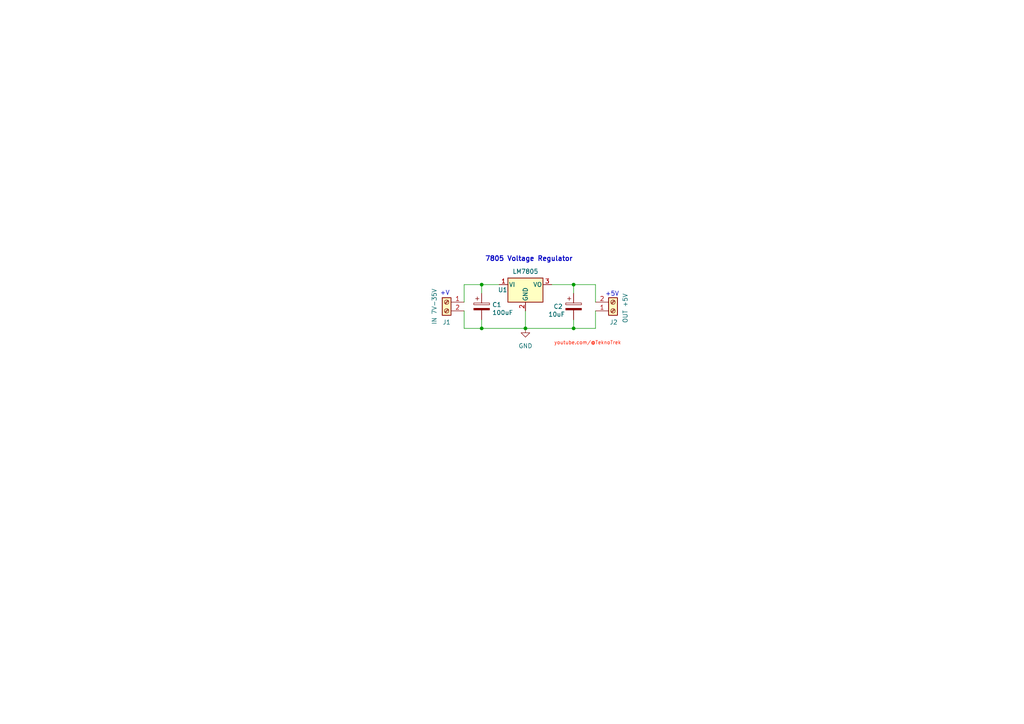
<source format=kicad_sch>
(kicad_sch (version 20231120) (generator "eeschema") (generator_version "8.0")
  (paper "A4")
  (lib_symbols
    (symbol "Connector:Screw_Terminal_01x02" (pin_names (offset 1.016) hide)
      (property "Reference" "J" (at 0 2.54 0))
      (property "Value" "Screw_Terminal_01x02" (at 0 -5.08 0))
      (symbol "Screw_Terminal_01x02_1_1"
        (rectangle (start -1.27 1.27) (end 1.27 -3.81) (stroke (width 0.254)) (fill (type background)))
        (circle (center 0 -2.54) (radius 0.635) (stroke (width 0.1524)))
        (polyline (pts (xy -0.5334 -2.2098) (xy 0.3302 -3.048)) (stroke (width 0.1524)))
        (polyline (pts (xy -0.5334 0.3302) (xy 0.3302 -0.508)) (stroke (width 0.1524)))
        (polyline (pts (xy -0.3556 -2.032) (xy 0.508 -2.8702)) (stroke (width 0.1524)))
        (polyline (pts (xy -0.3556 0.508) (xy 0.508 -0.3302)) (stroke (width 0.1524)))
        (circle (center 0 0) (radius 0.635) (stroke (width 0.1524)))
        (pin passive line (at -5.08 0 0) (length 3.81) (name "Pin_1") (number "1"))
        (pin passive line (at -5.08 -2.54 0) (length 3.81) (name "Pin_2") (number "2"))
      )
    )
    (symbol "Device:C_Polarized" (pin_numbers hide) (pin_names (offset 0.254))
      (property "Reference" "C" (at 0.635 2.54 0))
      (property "Value" "C_Polarized" (at 0.635 -2.54 0))
      (symbol "C_Polarized_0_1"
        (rectangle (start -2.286 0.508) (end 2.286 1.016))
        (polyline (pts (xy -1.778 2.286) (xy -0.762 2.286)))
        (polyline (pts (xy -1.27 2.794) (xy -1.27 1.778)))
        (rectangle (start 2.286 -0.508) (end -2.286 -1.016) (fill (type outline)))
      )
      (symbol "C_Polarized_1_1"
        (pin passive line (at 0 3.81 270) (length 2.794) (name "~") (number "1"))
        (pin passive line (at 0 -3.81 90) (length 2.794) (name "~") (number "2"))
      )
    )
    (symbol "Regulator_Linear:LM7805_TO220" (pin_names (offset 0.254))
      (property "Reference" "U" (at -3.81 3.175 0))
      (property "Value" "LM7805_TO220" (at 0 3.175 0))
      (symbol "LM7805_TO220_0_1"
        (rectangle (start -5.08 1.905) (end 5.08 -5.08) (stroke (width 0.254)) (fill (type background)))
      )
      (symbol "LM7805_TO220_1_1"
        (pin power_in line (at -7.62 0 0) (length 2.54) (name "VI") (number "1"))
        (pin power_in line (at 0 -7.62 90) (length 2.54) (name "GND") (number "2"))
        (pin power_out line (at 7.62 0 180) (length 2.54) (name "VO") (number "3"))
      )
    )
    (symbol "power:GND" (power) (pin_numbers hide) (pin_names (offset 0) hide)
      (property "Value" "GND" (at 0 -3.81 0))
      (symbol "GND_0_1"
        (polyline (pts (xy 0 0) (xy 0 -1.27) (xy 1.27 -1.27) (xy 0 -2.54) (xy -1.27 -1.27) (xy 0 -1.27)))
      )
      (symbol "GND_1_1"
        (pin power_in line (at 0 0 270) (length 0) (name "~") (number "1"))
      )
    )
  )
  (junction (at 139.7 82.55))
  (junction (at 166.37 95.25))
  (junction (at 152.4 95.25))
  (junction (at 166.37 82.55))
  (junction (at 139.7 95.25))
  (wire (pts (xy 166.37 95.25) (xy 152.4 95.25)))
  (wire (pts (xy 134.62 82.55) (xy 134.62 87.63)))
  (wire (pts (xy 166.37 95.25) (xy 172.72 95.25)))
  (wire (pts (xy 139.7 92.71) (xy 139.7 95.25)))
  (wire (pts (xy 134.62 90.17) (xy 134.62 95.25)))
  (wire (pts (xy 139.7 95.25) (xy 152.4 95.25)))
  (wire (pts (xy 134.62 95.25) (xy 139.7 95.25)))
  (wire (pts (xy 166.37 82.55) (xy 172.72 82.55)))
  (wire (pts (xy 160.02 82.55) (xy 166.37 82.55)))
  (wire (pts (xy 139.7 82.55) (xy 144.78 82.55)))
  (wire (pts (xy 172.72 87.63) (xy 172.72 82.55)))
  (wire (pts (xy 172.72 90.17) (xy 172.72 95.25)))
  (wire (pts (xy 139.7 85.09) (xy 139.7 82.55)))
  (wire (pts (xy 166.37 85.09) (xy 166.37 82.55)))
  (wire (pts (xy 134.62 82.55) (xy 139.7 82.55)))
  (wire (pts (xy 166.37 92.71) (xy 166.37 95.25)))
  (wire (pts (xy 152.4 90.17) (xy 152.4 95.25)))
  (text "+V" (at 129.032 85.09 0) (effects (font (size 1.27 1.27))))
  (text "7805 Voltage Regulator" (at 153.416 75.184 0) (effects (font (size 1.397 1.397) (thickness 0.254) (bold yes))))
  (text "+5V" (at 177.546 85.344 0) (effects (font (size 1.27 1.27))))
  (text "youtube.com/@TeknoTrek" (exclude_from_sim yes) (at 170.434 99.568 0) (effects (font (size 1.016 1.016) (thickness 0.127))))
  (symbol (lib_id "Device:C_Polarized") (at 166.37 88.9 0) (unit 1)
    (property "Reference" "C2" (at 160.528 88.9 0) (effects (justify left)))
    (property "Value" "10uF" (at 159.004 91.186 0) (effects (justify left)))
    (property "Footprint" "Capacitor_THT:CP_Radial_D5.0mm_P2.50mm" (effects (hide yes)))
    (property "Description" "Polarized capacitor" (effects (hide yes)))
  )
  (symbol (lib_id "Device:C_Polarized") (at 139.7 88.9 0) (unit 1)
    (property "Reference" "C1" (at 142.748 88.392 0) (effects (justify left)))
    (property "Value" "100uF" (at 142.748 90.678 0) (effects (justify left)))
    (property "Footprint" "Capacitor_THT:CP_Radial_D5.0mm_P2.50mm" (effects (hide yes)))
    (property "Description" "Polarized capacitor" (effects (hide yes)))
  )
  (symbol (lib_id "Connector:Screw_Terminal_01x02") (at 129.54 87.63 0) (mirror y) (unit 1)
    (property "Reference" "J1" (at 129.54 93.472 0))
    (property "Value" "IN 7V-35V" (at 125.984 88.9 90))
    (property "Footprint" "TerminalBlock:TerminalBlock_bornier-2_P5.08mm" (effects (hide yes)))
    (property "Description" "Generic screw terminal, single row, 01x02, script generated (kicad-library-utils/schlib/autogen/connector/)" (effects (hide yes)))
  )
  (symbol (lib_id "power:GND") (at 152.4 95.25 0) (unit 1)
    (property "Reference" "#PWR01" (effects (hide yes)))
    (property "Value" "GND" (at 152.4 100.33 0))
    (property "Description" "Power symbol creates a global label with name \"GND\" , ground" (effects (hide yes)))
  )
  (symbol (lib_id "Regulator_Linear:LM7805_TO220") (at 152.4 82.55 0) (unit 1)
    (property "Reference" "U1" (at 145.796 84.074 0))
    (property "Value" "LM7805" (at 152.4 78.74 0))
    (property "Footprint" "Package_TO_SOT_THT:TO-220-3_Vertical" (effects (hide yes)))
    (property "Datasheet" "https://www.onsemi.cn/PowerSolutions/document/MC7800-D.PDF" (effects (hide yes)))
    (property "Description" "Positive 1A 35V Linear Regulator, Fixed Output 5V, TO-220" (effects (hide yes)))
  )
  (symbol (lib_id "Connector:Screw_Terminal_01x02") (at 177.8 90.17 0) (mirror x) (unit 1)
    (property "Reference" "J2" (at 176.784 93.472 0) (effects (justify left)))
    (property "Value" "OUT +5V" (at 181.356 93.726 90) (effects (justify right)))
    (property "Footprint" "TerminalBlock:TerminalBlock_bornier-2_P5.08mm" (effects (hide yes)))
    (property "Description" "Generic screw terminal, single row, 01x02, script generated (kicad-library-utils/schlib/autogen/connector/)" (effects (hide yes)))
  )
)
</source>
